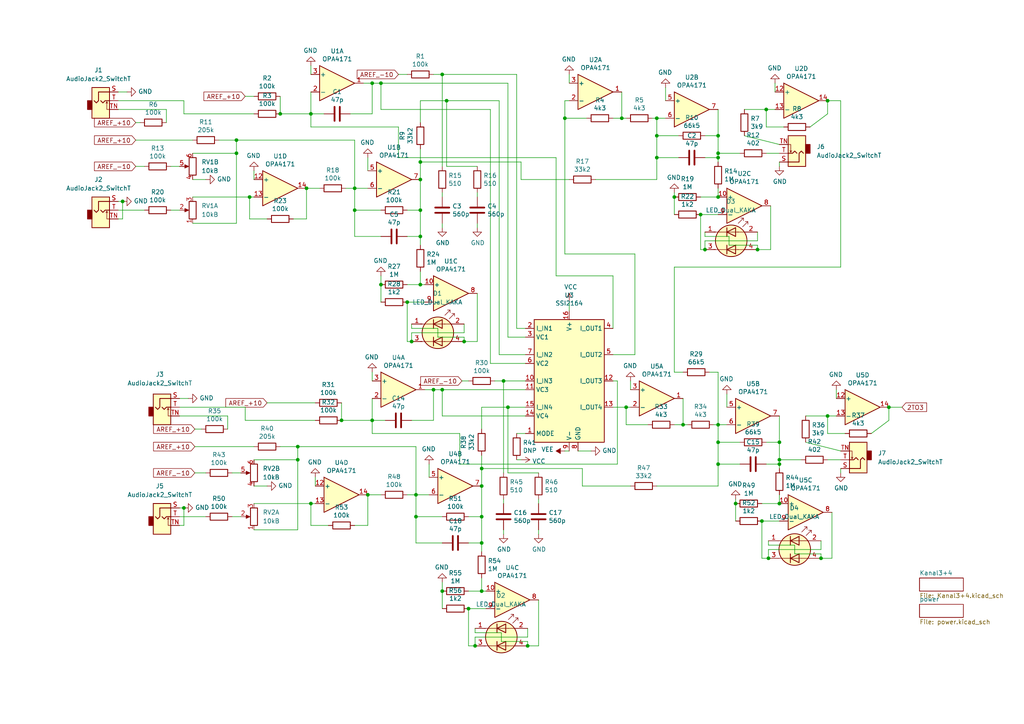
<source format=kicad_sch>
(kicad_sch (version 20211123) (generator eeschema)
  (paper "A4")
  (title_block (title "Mutable Blinds Klon, Taube Kanal 1+2") (date "2022-03-31") (rev "1.0") (comment 1 "urban@taube.xyz") (comment 2 "KiCad clone by Urban Bieri") (comment 3 "Design by Émilie Gillet") (comment 4 "cc-by-sa"))
  (junction (at 226.06 134.62))
  (junction (at 222.885 161.925))
  (junction (at 125.73 113.03))
  (junction (at 128.27 113.03))
  (junction (at 110.49 24.13))
  (junction (at 240.03 120.65))
  (junction (at 146.05 110.49))
  (junction (at 139.7 171.45))
  (junction (at 208.28 45.72))
  (junction (at 208.28 44.45))
  (junction (at 35.56 58.42))
  (junction (at 81.28 33.02))
  (junction (at 106.68 143.51))
  (junction (at 128.27 171.45))
  (junction (at 220.98 151.13))
  (junction (at 219.71 72.39))
  (junction (at 208.28 39.37))
  (junction (at 222.25 31.75))
  (junction (at 121.92 60.96))
  (junction (at 135.89 176.53))
  (junction (at 121.92 82.55))
  (junction (at 121.92 46.99))
  (junction (at 203.2 62.23))
  (junction (at 208.28 128.27))
  (junction (at 139.7 149.86))
  (junction (at 128.27 21.59))
  (junction (at 226.06 128.27))
  (junction (at 68.58 40.64))
  (junction (at 208.28 134.62))
  (junction (at 195.58 57.15))
  (junction (at 137.795 187.325))
  (junction (at 198.12 123.19))
  (junction (at 204.47 72.39))
  (junction (at 190.5 45.72))
  (junction (at 226.06 133.35))
  (junction (at 107.95 24.13))
  (junction (at 102.87 60.96))
  (junction (at 107.95 121.92))
  (junction (at 134.62 99.06))
  (junction (at 226.06 146.05))
  (junction (at 88.9 54.61))
  (junction (at 86.36 133.35))
  (junction (at 139.7 157.48))
  (junction (at 208.28 57.15))
  (junction (at 121.92 68.58))
  (junction (at 181.61 118.11))
  (junction (at 213.36 146.05))
  (junction (at 190.5 39.37))
  (junction (at 120.65 143.51))
  (junction (at 118.11 87.63))
  (junction (at 119.38 99.06))
  (junction (at 120.65 149.86))
  (junction (at 129.54 29.21))
  (junction (at 190.5 34.29))
  (junction (at 139.7 140.97))
  (junction (at 53.34 147.32))
  (junction (at 240.03 29.21))
  (junction (at 110.49 82.55))
  (junction (at 208.28 123.19))
  (junction (at 102.87 54.61))
  (junction (at 153.035 187.325))
  (junction (at 90.17 146.05))
  (junction (at 163.83 34.29))
  (junction (at 180.34 34.29))
  (junction (at 238.125 161.925))
  (junction (at 72.39 57.15))
  (junction (at 139.7 135.89))
  (junction (at 90.17 33.02))
  (junction (at 147.32 118.11))
  (junction (at 99.06 121.92))
  (junction (at 86.36 129.54))
  (junction (at 121.92 52.07))
  (junction (at 257.81 118.11))
  (junction (at 68.58 44.45))
  (wire (pts (xy 139.7 167.64) (xy 139.7 171.45)))
  (wire (pts (xy 211.455 71.12) (xy 219.71 71.12)))
  (wire (pts (xy 55.88 57.15) (xy 72.39 57.15)))
  (wire (pts (xy 163.83 34.29) (xy 163.83 73.66)))
  (wire (pts (xy 71.12 121.92) (xy 91.44 121.92)))
  (wire (pts (xy 220.98 151.13) (xy 220.98 161.925)))
  (wire (pts (xy 107.95 33.02) (xy 107.95 24.13)))
  (wire (pts (xy 205.74 107.95) (xy 208.28 107.95)))
  (wire (pts (xy 128.27 21.59) (xy 149.86 21.59)))
  (wire (pts (xy 139.7 149.86) (xy 139.7 157.48)))
  (wire (pts (xy 115.57 36.83) (xy 90.17 36.83)))
  (wire (pts (xy 52.07 120.65) (xy 66.04 120.65)))
  (wire (pts (xy 163.83 73.66) (xy 184.15 73.66)))
  (wire (pts (xy 67.31 149.86) (xy 69.85 149.86)))
  (wire (pts (xy 34.29 63.5) (xy 35.56 63.5)))
  (wire (pts (xy 133.35 125.73) (xy 107.95 125.73)))
  (wire (pts (xy 71.12 118.11) (xy 71.12 121.92)))
  (wire (pts (xy 72.39 57.15) (xy 73.66 57.15)))
  (wire (pts (xy 121.92 82.55) (xy 123.19 82.55)))
  (wire (pts (xy 106.68 143.51) (xy 106.68 152.4)))
  (wire (pts (xy 49.53 48.26) (xy 52.07 48.26)))
  (wire (pts (xy 110.49 31.75) (xy 142.24 31.75)))
  (wire (pts (xy 156.21 187.325) (xy 153.035 187.325)))
  (wire (pts (xy 133.35 134.62) (xy 179.07 134.62)))
  (wire (pts (xy 139.7 135.89) (xy 139.7 140.97)))
  (wire (pts (xy 133.35 134.62) (xy 133.35 125.73)))
  (wire (pts (xy 135.89 176.53) (xy 135.89 187.325)))
  (wire (pts (xy 204.47 68.58) (xy 211.455 68.58)))
  (wire (pts (xy 240.03 29.21) (xy 240.03 33.02)))
  (wire (pts (xy 137.795 184.785) (xy 137.795 187.325)))
  (wire (pts (xy 105.41 24.13) (xy 107.95 24.13)))
  (wire (pts (xy 81.28 33.02) (xy 90.17 33.02)))
  (wire (pts (xy 208.28 45.72) (xy 204.47 45.72)))
  (wire (pts (xy 102.87 54.61) (xy 106.68 54.61)))
  (wire (pts (xy 102.87 40.64) (xy 102.87 54.61)))
  (wire (pts (xy 110.49 24.13) (xy 147.32 24.13)))
  (wire (pts (xy 144.78 102.87) (xy 152.4 102.87)))
  (wire (pts (xy 107.95 121.92) (xy 111.76 121.92)))
  (wire (pts (xy 203.2 57.15) (xy 208.28 57.15)))
  (wire (pts (xy 127 95.25) (xy 127 97.79)))
  (wire (pts (xy 195.58 77.47) (xy 195.58 107.95)))
  (wire (pts (xy 119.38 93.98) (xy 119.38 95.25)))
  (wire (pts (xy 245.11 125.73) (xy 240.03 125.73)))
  (wire (pts (xy 118.11 87.63) (xy 118.11 99.06)))
  (wire (pts (xy 34.29 29.21) (xy 53.34 29.21)))
  (wire (pts (xy 215.9 31.75) (xy 222.25 31.75)))
  (wire (pts (xy 210.82 114.3) (xy 210.82 118.11)))
  (wire (pts (xy 127 97.79) (xy 134.62 97.79)))
  (wire (pts (xy 119.38 95.25) (xy 127 95.25)))
  (wire (pts (xy 181.61 118.11) (xy 182.88 118.11)))
  (wire (pts (xy 220.98 146.05) (xy 226.06 146.05)))
  (wire (pts (xy 227.33 36.83) (xy 222.25 36.83)))
  (wire (pts (xy 118.11 82.55) (xy 121.92 82.55)))
  (wire (pts (xy 203.2 72.39) (xy 204.47 72.39)))
  (wire (pts (xy 52.07 152.4) (xy 53.34 152.4)))
  (wire (pts (xy 56.515 129.54) (xy 73.66 129.54)))
  (wire (pts (xy 203.2 62.23) (xy 208.28 62.23)))
  (wire (pts (xy 163.83 34.29) (xy 163.83 29.21)))
  (wire (pts (xy 172.72 52.07) (xy 190.5 52.07)))
  (wire (pts (xy 208.28 39.37) (xy 208.28 44.45)))
  (wire (pts (xy 139.7 157.48) (xy 135.89 157.48)))
  (wire (pts (xy 196.85 39.37) (xy 190.5 39.37)))
  (wire (pts (xy 106.68 152.4) (xy 102.87 152.4)))
  (wire (pts (xy 121.92 46.99) (xy 151.13 46.99)))
  (wire (pts (xy 91.44 138.43) (xy 91.44 140.97)))
  (wire (pts (xy 257.81 118.11) (xy 261.62 118.11)))
  (wire (pts (xy 147.32 24.13) (xy 147.32 97.79)))
  (wire (pts (xy 39.37 35.56) (xy 40.64 35.56)))
  (wire (pts (xy 193.04 25.4) (xy 193.04 29.21)))
  (wire (pts (xy 124.46 134.62) (xy 124.46 138.43)))
  (wire (pts (xy 226.06 133.35) (xy 232.41 133.35)))
  (wire (pts (xy 106.68 143.51) (xy 110.49 143.51)))
  (wire (pts (xy 190.5 39.37) (xy 190.5 34.29)))
  (wire (pts (xy 142.24 105.41) (xy 152.4 105.41)))
  (wire (pts (xy 184.15 73.66) (xy 184.15 102.87)))
  (wire (pts (xy 190.5 140.97) (xy 208.28 140.97)))
  (wire (pts (xy 208.28 134.62) (xy 208.28 128.27)))
  (wire (pts (xy 222.25 44.45) (xy 226.06 44.45)))
  (wire (pts (xy 151.13 52.07) (xy 165.1 52.07)))
  (wire (pts (xy 195.58 107.95) (xy 198.12 107.95)))
  (wire (pts (xy 121.92 78.74) (xy 121.92 82.55)))
  (wire (pts (xy 139.7 157.48) (xy 139.7 160.02)))
  (wire (pts (xy 138.43 99.06) (xy 134.62 99.06)))
  (wire (pts (xy 119.38 121.92) (xy 125.73 121.92)))
  (wire (pts (xy 49.53 60.96) (xy 52.07 60.96)))
  (wire (pts (xy 128.27 64.77) (xy 128.27 66.04)))
  (wire (pts (xy 190.5 52.07) (xy 190.5 45.72)))
  (wire (pts (xy 110.49 24.13) (xy 110.49 31.75)))
  (wire (pts (xy 146.05 144.78) (xy 146.05 146.05)))
  (wire (pts (xy 110.49 80.01) (xy 110.49 82.55)))
  (wire (pts (xy 222.25 36.83) (xy 222.25 31.75)))
  (wire (pts (xy 238.125 159.385) (xy 222.885 159.385)))
  (wire (pts (xy 121.92 29.21) (xy 129.54 29.21)))
  (wire (pts (xy 128.27 113.03) (xy 128.27 120.65)))
  (wire (pts (xy 168.91 135.89) (xy 168.91 140.97)))
  (wire (pts (xy 35.56 63.5) (xy 35.56 58.42)))
  (wire (pts (xy 81.28 27.94) (xy 81.28 33.02)))
  (wire (pts (xy 240.03 29.21) (xy 243.84 29.21)))
  (wire (pts (xy 198.12 115.57) (xy 198.12 123.19)))
  (wire (pts (xy 138.43 64.77) (xy 138.43 66.04)))
  (wire (pts (xy 52.07 149.86) (xy 59.69 149.86)))
  (wire (pts (xy 184.15 102.87) (xy 177.8 102.87)))
  (wire (pts (xy 149.86 133.35) (xy 151.13 133.35)))
  (wire (pts (xy 152.4 125.73) (xy 149.86 125.73)))
  (wire (pts (xy 146.05 110.49) (xy 146.05 137.16)))
  (wire (pts (xy 153.035 182.245) (xy 153.035 184.785)))
  (wire (pts (xy 257.81 118.11) (xy 257.81 121.92)))
  (wire (pts (xy 139.7 140.97) (xy 139.7 149.86)))
  (wire (pts (xy 135.89 187.325) (xy 137.795 187.325)))
  (wire (pts (xy 129.54 29.21) (xy 144.78 29.21)))
  (wire (pts (xy 222.885 159.385) (xy 222.885 161.925)))
  (wire (pts (xy 208.28 54.61) (xy 208.28 57.15)))
  (wire (pts (xy 86.36 129.54) (xy 86.36 133.35)))
  (wire (pts (xy 222.885 156.845) (xy 222.885 158.115)))
  (wire (pts (xy 120.65 149.86) (xy 120.65 143.51)))
  (wire (pts (xy 102.87 54.61) (xy 100.33 54.61)))
  (wire (pts (xy 171.45 130.81) (xy 167.64 130.81)))
  (wire (pts (xy 86.36 153.67) (xy 73.66 153.67)))
  (wire (pts (xy 119.38 96.52) (xy 119.38 99.06)))
  (wire (pts (xy 208.28 44.45) (xy 208.28 45.72)))
  (wire (pts (xy 110.49 60.96) (xy 102.87 60.96)))
  (wire (pts (xy 120.65 143.51) (xy 118.11 143.51)))
  (wire (pts (xy 102.87 60.96) (xy 102.87 54.61)))
  (wire (pts (xy 90.17 33.02) (xy 90.17 26.67)))
  (wire (pts (xy 128.27 171.45) (xy 128.27 176.53)))
  (wire (pts (xy 223.52 59.69) (xy 223.52 72.39)))
  (wire (pts (xy 134.62 93.98) (xy 134.62 96.52)))
  (wire (pts (xy 165.1 87.63) (xy 165.1 90.17)))
  (wire (pts (xy 238.125 160.655) (xy 238.125 161.925)))
  (wire (pts (xy 222.885 158.115) (xy 230.505 158.115)))
  (wire (pts (xy 153.035 184.785) (xy 137.795 184.785)))
  (wire (pts (xy 240.03 133.35) (xy 243.84 133.35)))
  (wire (pts (xy 213.36 146.05) (xy 213.36 151.13)))
  (wire (pts (xy 177.8 80.01) (xy 177.8 95.25)))
  (wire (pts (xy 73.66 133.35) (xy 86.36 133.35)))
  (wire (pts (xy 145.415 183.515) (xy 145.415 186.055)))
  (wire (pts (xy 137.795 182.245) (xy 137.795 183.515)))
  (wire (pts (xy 77.47 63.5) (xy 72.39 63.5)))
  (wire (pts (xy 196.85 45.72) (xy 190.5 45.72)))
  (wire (pts (xy 107.95 121.92) (xy 107.95 115.57)))
  (wire (pts (xy 56.515 124.46) (xy 58.42 124.46)))
  (wire (pts (xy 214.63 128.27) (xy 208.28 128.27)))
  (wire (pts (xy 110.49 82.55) (xy 110.49 87.63)))
  (wire (pts (xy 125.73 113.03) (xy 128.27 113.03)))
  (wire (pts (xy 226.06 143.51) (xy 226.06 146.05)))
  (wire (pts (xy 99.06 116.84) (xy 99.06 121.92)))
  (wire (pts (xy 120.65 129.54) (xy 120.65 143.51)))
  (wire (pts (xy 189.23 34.29) (xy 190.5 34.29)))
  (wire (pts (xy 115.57 45.72) (xy 115.57 36.83)))
  (wire (pts (xy 238.125 156.845) (xy 238.125 159.385)))
  (wire (pts (xy 208.28 128.27) (xy 208.28 123.19)))
  (wire (pts (xy 53.34 33.02) (xy 73.66 33.02)))
  (wire (pts (xy 203.2 62.23) (xy 203.2 72.39)))
  (wire (pts (xy 68.58 64.77) (xy 55.88 64.77)))
  (wire (pts (xy 181.61 34.29) (xy 180.34 34.29)))
  (wire (pts (xy 53.34 152.4) (xy 53.34 147.32)))
  (wire (pts (xy 68.58 40.64) (xy 102.87 40.64)))
  (wire (pts (xy 181.61 123.19) (xy 181.61 118.11)))
  (wire (pts (xy 153.035 186.055) (xy 153.035 187.325)))
  (wire (pts (xy 90.17 36.83) (xy 90.17 33.02)))
  (wire (pts (xy 81.28 129.54) (xy 86.36 129.54)))
  (wire (pts (xy 88.9 63.5) (xy 85.09 63.5)))
  (wire (pts (xy 102.87 68.58) (xy 102.87 60.96)))
  (wire (pts (xy 128.27 120.65) (xy 152.4 120.65)))
  (wire (pts (xy 120.65 143.51) (xy 124.46 143.51)))
  (wire (pts (xy 121.92 60.96) (xy 121.92 68.58)))
  (wire (pts (xy 56.515 137.16) (xy 59.69 137.16)))
  (wire (pts (xy 137.795 183.515) (xy 145.415 183.515)))
  (wire (pts (xy 53.34 29.21) (xy 53.34 33.02)))
  (wire (pts (xy 91.44 116.84) (xy 77.47 116.84)))
  (wire (pts (xy 128.27 21.59) (xy 125.73 21.59)))
  (wire (pts (xy 67.31 137.16) (xy 69.85 137.16)))
  (wire (pts (xy 230.505 160.655) (xy 238.125 160.655)))
  (wire (pts (xy 180.34 34.29) (xy 177.8 34.29)))
  (wire (pts (xy 144.78 29.21) (xy 144.78 102.87)))
  (wire (pts (xy 121.92 68.58) (xy 121.92 71.12)))
  (wire (pts (xy 138.43 55.88) (xy 138.43 57.15)))
  (wire (pts (xy 39.37 40.64) (xy 55.88 40.64)))
  (wire (pts (xy 120.65 157.48) (xy 120.65 149.86)))
  (wire (pts (xy 241.3 148.59) (xy 241.3 161.925)))
  (wire (pts (xy 208.28 31.75) (xy 208.28 39.37)))
  (wire (pts (xy 115.57 45.72) (xy 161.29 45.72)))
  (wire (pts (xy 73.66 49.53) (xy 73.66 52.07)))
  (wire (pts (xy 48.26 35.56) (xy 48.26 31.75)))
  (wire (pts (xy 156.21 137.16) (xy 147.32 137.16)))
  (wire (pts (xy 128.27 55.88) (xy 128.27 57.15)))
  (wire (pts (xy 213.36 144.78) (xy 213.36 146.05)))
  (wire (pts (xy 190.5 45.72) (xy 190.5 39.37)))
  (wire (pts (xy 195.58 57.15) (xy 195.58 62.23)))
  (wire (pts (xy 39.37 48.26) (xy 41.91 48.26)))
  (wire (pts (xy 121.92 60.96) (xy 118.11 60.96)))
  (wire (pts (xy 204.47 67.31) (xy 204.47 68.58)))
  (wire (pts (xy 99.06 121.92) (xy 107.95 121.92)))
  (wire (pts (xy 226.06 120.65) (xy 226.06 128.27)))
  (wire (pts (xy 147.32 118.11) (xy 152.4 118.11)))
  (wire (pts (xy 72.39 63.5) (xy 72.39 57.15)))
  (wire (pts (xy 128.27 157.48) (xy 120.65 157.48)))
  (wire (pts (xy 138.43 85.09) (xy 138.43 99.06)))
  (wire (pts (xy 107.95 107.95) (xy 107.95 110.49)))
  (wire (pts (xy 161.29 45.72) (xy 161.29 80.01)))
  (wire (pts (xy 243.84 29.21) (xy 243.84 77.47)))
  (wire (pts (xy 243.84 77.47) (xy 195.58 77.47)))
  (wire (pts (xy 53.34 147.32) (xy 52.07 147.32)))
  (wire (pts (xy 149.86 21.59) (xy 149.86 95.25)))
  (wire (pts (xy 139.7 149.86) (xy 135.89 149.86)))
  (wire (pts (xy 222.25 31.75) (xy 224.79 31.75)))
  (wire (pts (xy 128.27 168.91) (xy 128.27 171.45)))
  (wire (pts (xy 106.68 45.72) (xy 106.68 49.53)))
  (wire (pts (xy 147.32 97.79) (xy 152.4 97.79)))
  (wire (pts (xy 135.89 171.45) (xy 139.7 171.45)))
  (wire (pts (xy 110.49 68.58) (xy 102.87 68.58)))
  (wire (pts (xy 226.06 133.35) (xy 226.06 134.62)))
  (wire (pts (xy 168.91 140.97) (xy 182.88 140.97)))
  (wire (pts (xy 208.28 107.95) (xy 208.28 123.19)))
  (wire (pts (xy 180.34 26.67) (xy 180.34 34.29)))
  (wire (pts (xy 238.125 161.925) (xy 241.3 161.925)))
  (wire (pts (xy 226.06 41.91) (xy 215.9 39.37)))
  (wire (pts (xy 208.28 44.45) (xy 214.63 44.45)))
  (wire (pts (xy 195.58 55.88) (xy 195.58 57.15)))
  (wire (pts (xy 220.98 151.13) (xy 226.06 151.13)))
  (wire (pts (xy 226.06 135.89) (xy 226.06 134.62)))
  (wire (pts (xy 208.28 39.37) (xy 204.47 39.37)))
  (wire (pts (xy 156.21 144.78) (xy 156.21 146.05)))
  (wire (pts (xy 170.18 34.29) (xy 163.83 34.29)))
  (wire (pts (xy 134.62 97.79) (xy 134.62 99.06)))
  (wire (pts (xy 133.985 110.49) (xy 135.89 110.49)))
  (wire (pts (xy 240.03 120.65) (xy 242.57 120.65)))
  (wire (pts (xy 129.54 48.26) (xy 129.54 29.21)))
  (wire (pts (xy 68.58 40.64) (xy 68.58 44.45)))
  (wire (pts (xy 123.19 113.03) (xy 125.73 113.03)))
  (wire (pts (xy 161.29 80.01) (xy 177.8 80.01)))
  (wire (pts (xy 55.88 52.07) (xy 59.69 52.07)))
  (wire (pts (xy 128.27 113.03) (xy 152.4 113.03)))
  (wire (pts (xy 226.06 134.62) (xy 222.25 134.62)))
  (wire (pts (xy 121.92 52.07) (xy 121.92 60.96)))
  (wire (pts (xy 138.43 48.26) (xy 129.54 48.26)))
  (wire (pts (xy 107.95 24.13) (xy 110.49 24.13)))
  (wire (pts (xy 139.7 132.08) (xy 139.7 135.89)))
  (wire (pts (xy 86.36 129.54) (xy 120.65 129.54)))
  (wire (pts (xy 121.92 46.99) (xy 121.92 52.07)))
  (wire (pts (xy 220.98 161.925) (xy 222.885 161.925)))
  (wire (pts (xy 151.13 46.99) (xy 151.13 52.07)))
  (wire (pts (xy 226.06 128.27) (xy 222.25 128.27)))
  (wire (pts (xy 182.88 110.49) (xy 182.88 113.03)))
  (wire (pts (xy 134.62 96.52) (xy 119.38 96.52)))
  (wire (pts (xy 190.5 34.29) (xy 193.04 34.29)))
  (wire (pts (xy 36.83 26.67) (xy 34.29 26.67)))
  (wire (pts (xy 86.36 133.35) (xy 86.36 153.67)))
  (wire (pts (xy 240.03 33.02) (xy 234.95 36.83)))
  (wire (pts (xy 73.66 140.97) (xy 77.47 140.97)))
  (wire (pts (xy 207.01 123.19) (xy 208.28 123.19)))
  (wire (pts (xy 146.05 110.49) (xy 143.51 110.49)))
  (wire (pts (xy 156.21 153.67) (xy 156.21 154.94)))
  (wire (pts (xy 90.17 146.05) (xy 91.44 146.05)))
  (wire (pts (xy 226.06 128.27) (xy 226.06 133.35)))
  (wire (pts (xy 224.79 24.13) (xy 224.79 26.67)))
  (wire (pts (xy 139.7 135.89) (xy 168.91 135.89)))
  (wire (pts (xy 88.9 54.61) (xy 92.71 54.61)))
  (wire (pts (xy 163.83 130.81) (xy 165.1 130.81)))
  (wire (pts (xy 230.505 158.115) (xy 230.505 160.655)))
  (wire (pts (xy 177.8 118.11) (xy 181.61 118.11)))
  (wire (pts (xy 118.11 87.63) (xy 123.19 87.63)))
  (wire (pts (xy 139.7 171.45) (xy 140.97 171.45)))
  (wire (pts (xy 90.17 152.4) (xy 90.17 146.05)))
  (wire (pts (xy 233.68 120.65) (xy 240.03 120.65)))
  (wire (pts (xy 63.5 40.64) (xy 68.58 40.64)))
  (wire (pts (xy 95.25 152.4) (xy 90.17 152.4)))
  (wire (pts (xy 242.57 113.03) (xy 242.57 115.57)))
  (wire (pts (xy 121.92 35.56) (xy 121.92 29.21)))
  (wire (pts (xy 179.07 110.49) (xy 179.07 134.62)))
  (wire (pts (xy 149.86 95.25) (xy 152.4 95.25)))
  (wire (pts (xy 35.56 58.42) (xy 34.29 58.42)))
  (wire (pts (xy 139.7 118.11) (xy 147.32 118.11)))
  (wire (pts (xy 219.71 67.31) (xy 219.71 69.85)))
  (wire (pts (xy 208.28 123.19) (xy 210.82 123.19)))
  (wire (pts (xy 34.29 60.96) (xy 41.91 60.96)))
  (wire (pts (xy 73.66 146.05) (xy 90.17 146.05)))
  (wire (pts (xy 219.71 71.12) (xy 219.71 72.39)))
  (wire (pts (xy 121.92 43.18) (xy 121.92 46.99)))
  (wire (pts (xy 152.4 110.49) (xy 146.05 110.49)))
  (wire (pts (xy 199.39 123.19) (xy 198.12 123.19)))
  (wire (pts (xy 34.29 31.75) (xy 48.26 31.75)))
  (wire (pts (xy 135.89 176.53) (xy 140.97 176.53)))
  (wire (pts (xy 128.27 21.59) (xy 128.27 48.26)))
  (wire (pts (xy 115.57 21.59) (xy 118.11 21.59)))
  (wire (pts (xy 118.11 99.06) (xy 119.38 99.06)))
  (wire (pts (xy 107.95 125.73) (xy 107.95 121.92)))
  (wire (pts (xy 198.12 123.19) (xy 195.58 123.19)))
  (wire (pts (xy 52.07 118.11) (xy 71.12 118.11)))
  (wire (pts (xy 128.27 149.86) (xy 120.65 149.86)))
  (wire (pts (xy 257.81 121.92) (xy 252.73 125.73)))
  (wire (pts (xy 226.06 46.99) (xy 226.06 48.26)))
  (wire (pts (xy 187.96 123.19) (xy 181.61 123.19)))
  (wire (pts (xy 214.63 134.62) (xy 208.28 134.62)))
  (wire (pts (xy 223.52 72.39) (xy 219.71 72.39)))
  (wire (pts (xy 156.21 173.99) (xy 156.21 187.325)))
  (wire (pts (xy 177.8 110.49) (xy 179.07 110.49)))
  (wire (pts (xy 121.92 68.58) (xy 118.11 68.58)))
  (wire (pts (xy 90.17 33.02) (xy 93.98 33.02)))
  (wire (pts (xy 90.17 19.05) (xy 90.17 21.59)))
  (wire (pts (xy 243.84 135.89) (xy 243.84 137.16)))
  (wire (pts (xy 68.58 44.45) (xy 68.58 64.77)))
  (wire (pts (xy 165.1 21.59) (xy 165.1 24.13)))
  (wire (pts (xy 88.9 54.61) (xy 88.9 63.5)))
  (wire (pts (xy 219.71 69.85) (xy 204.47 69.85)))
  (wire (pts (xy 73.66 27.94) (xy 71.12 27.94)))
  (wire (pts (xy 66.04 124.46) (xy 66.04 120.65)))
  (wire (pts (xy 55.88 44.45) (xy 68.58 44.45)))
  (wire (pts (xy 101.6 33.02) (xy 107.95 33.02)))
  (wire (pts (xy 139.7 124.46) (xy 139.7 118.11)))
  (wire (pts (xy 54.61 115.57) (xy 52.07 115.57)))
  (wire (pts (xy 208.28 46.99) (xy 208.28 45.72)))
  (wire (pts (xy 208.28 140.97) (xy 208.28 134.62)))
  (wire (pts (xy 240.03 125.73) (xy 240.03 120.65)))
  (wire (pts (xy 145.415 186.055) (xy 153.035 186.055)))
  (wire (pts (xy 147.32 137.16) (xy 147.32 118.11)))
  (wire (pts (xy 142.24 31.75) (xy 142.24 105.41)))
  (wire (pts (xy 211.455 68.58) (xy 211.455 71.12)))
  (wire (pts (xy 125.73 121.92) (xy 125.73 113.03)))
  (wire (pts (xy 204.47 69.85) (xy 204.47 72.39)))
  (wire (pts (xy 163.83 29.21) (xy 165.1 29.21)))
  (wire (pts (xy 243.84 130.81) (xy 233.68 128.27)))
  (wire (pts (xy 146.05 153.67) (xy 146.05 154.94)))
  (global_label "AREF_+10" (shape input) (at 39.37 35.56 180) (property "Intersheet References" "${INTERSHEET_REFS}" (effects hide)))
  (global_label "2TO3" (shape input) (at 261.62 118.11 0) (property "Intersheet References" "${INTERSHEET_REFS}" (effects hide)))
  (global_label "AREF_+10" (shape input) (at 56.515 129.54 180) (property "Intersheet References" "${INTERSHEET_REFS}" (effects hide)))
  (global_label "AREF_+10" (shape input) (at 71.12 27.94 180) (property "Intersheet References" "${INTERSHEET_REFS}" (effects hide)))
  (global_label "AREF_-10" (shape input) (at 56.515 137.16 180) (property "Intersheet References" "${INTERSHEET_REFS}" (effects hide)))
  (global_label "AREF_-10" (shape input) (at 39.37 48.26 180) (property "Intersheet References" "${INTERSHEET_REFS}" (effects hide)))
  (global_label "AREF_+10" (shape input) (at 56.515 124.46 180) (property "Intersheet References" "${INTERSHEET_REFS}" (effects hide)))
  (global_label "AREF_+10" (shape input) (at 77.47 116.84 180) (property "Intersheet References" "${INTERSHEET_REFS}" (effects hide)))
  (global_label "AREF_+10" (shape input) (at 39.37 40.64 180) (property "Intersheet References" "${INTERSHEET_REFS}" (effects hide)))
  (global_label "AREF_-10" (shape input) (at 133.985 110.49 180) (property "Intersheet References" "${INTERSHEET_REFS}" (effects hide)))
  (global_label "AREF_-10" (shape input) (at 115.57 21.59 180) (property "Intersheet References" "${INTERSHEET_REFS}" (effects hide)))
  (symbol (lib_id "Amplifier_Operational:OPA4134") (at 115.57 113.03 0) (unit 1)
    (property "Reference" "U4" (at 115.57 103.7082 0))
    (property "Value" "OPA4171" (at 115.57 106.0196 0))
    (property "Footprint" "Package_SO:TSSOP-14_4.4x5mm_P0.65mm" (effects hide))
    (property "Datasheet" "http://www.ti.com/lit/ds/symlink/opa134.pdf" (effects hide))
  )
  (symbol (lib_id "Audio:SSI2164") (at 165.1 110.49 0) (unit 1)
    (property "Reference" "U3" (at 165.1 85.6488 0))
    (property "Value" "SSI2164" (at 165.1 87.9602 0))
    (property "Footprint" "Package_SO:SOIC-16_3.9x9.9mm_P1.27mm" (effects hide))
    (property "Datasheet" "http://www.soundsemiconductor.com/downloads/ssi2164datasheet.pdf" (effects hide))
  )
  (symbol (lib_id "Device:R") (at 63.5 149.86 270) (unit 1)
    (property "Reference" "R50" (at 63.5 144.6022 90))
    (property "Value" "100k" (at 63.5 146.9136 90))
    (property "Footprint" "Resistor_SMD:R_0805_2012Metric_Pad1.20x1.40mm_HandSolder" (effects hide))
  )
  (symbol (lib_id "Device:R") (at 63.5 137.16 270) (unit 1)
    (property "Reference" "R43" (at 63.5 131.9022 90))
    (property "Value" "100k" (at 63.5 134.2136 90))
    (property "Footprint" "Resistor_SMD:R_0805_2012Metric_Pad1.20x1.40mm_HandSolder" (effects hide))
  )
  (symbol (lib_id "power:GND") (at 53.34 147.32 90) (unit 1)
    (property "Reference" "#PWR039" (effects hide))
    (property "Value" "GND" (at 56.5912 147.193 90) (effects (justify right)))
  )
  (symbol (lib_id "power:GND") (at 77.47 140.97 90) (unit 1)
    (property "Reference" "#PWR037" (effects hide))
    (property "Value" "GND" (at 80.7212 140.843 90) (effects (justify right)))
  )
  (symbol (lib_id "Amplifier_Operational:OPA4134") (at 132.08 140.97 0) (unit 2)
    (property "Reference" "U4" (at 132.08 131.6482 0))
    (property "Value" "OPA4171" (at 132.08 133.9596 0))
    (property "Footprint" "Package_SO:TSSOP-14_4.4x5mm_P0.65mm" (effects hide))
    (property "Datasheet" "http://www.ti.com/lit/ds/symlink/opa134.pdf" (effects hide))
  )
  (symbol (lib_id "Amplifier_Operational:OPA4134") (at 148.59 173.99 0) (unit 3)
    (property "Reference" "U4" (at 148.59 164.6682 0))
    (property "Value" "OPA4171" (at 148.59 166.9796 0))
    (property "Footprint" "Package_SO:TSSOP-14_4.4x5mm_P0.65mm" (effects hide))
    (property "Datasheet" "http://www.ti.com/lit/ds/symlink/opa134.pdf" (effects hide))
  )
  (symbol (lib_id "Amplifier_Operational:OPA4134") (at 99.06 143.51 0) (unit 4)
    (property "Reference" "U4" (at 99.06 134.1882 0))
    (property "Value" "OPA4171" (at 99.06 136.4996 0))
    (property "Footprint" "Package_SO:TSSOP-14_4.4x5mm_P0.65mm" (effects hide))
    (property "Datasheet" "http://www.ti.com/lit/ds/symlink/opa134.pdf" (effects hide))
  )
  (symbol (lib_id "power:GND") (at 91.44 138.43 180) (unit 1)
    (property "Reference" "#PWR036" (effects hide))
    (property "Value" "GND" (at 91.313 134.0358 0))
  )
  (symbol (lib_id "Device:R") (at 99.06 152.4 270) (unit 1)
    (property "Reference" "R53" (at 99.06 147.1422 90))
    (property "Value" "100k" (at 99.06 149.4536 90))
    (property "Footprint" "Resistor_SMD:R_0805_2012Metric_Pad1.20x1.40mm_HandSolder" (effects hide))
  )
  (symbol (lib_id "Device:R") (at 114.3 143.51 270) (unit 1)
    (property "Reference" "R48" (at 114.3 138.2522 90))
    (property "Value" "100k" (at 114.3 140.5636 90))
    (property "Footprint" "Resistor_SMD:R_0805_2012Metric_Pad1.20x1.40mm_HandSolder" (effects hide))
  )
  (symbol (lib_id "Device:R") (at 77.47 129.54 270) (unit 1)
    (property "Reference" "R40" (at 77.47 124.2822 90))
    (property "Value" "205k" (at 77.47 126.5936 90))
    (property "Footprint" "Resistor_SMD:R_0805_2012Metric_Pad1.20x1.40mm_HandSolder" (effects hide))
  )
  (symbol (lib_id "power:GND") (at 124.46 134.62 180) (unit 1)
    (property "Reference" "#PWR034" (effects hide))
    (property "Value" "GND" (at 124.333 130.2258 0))
  )
  (symbol (lib_id "Device:R") (at 132.08 149.86 270) (unit 1)
    (property "Reference" "R51" (at 132.08 144.6022 90))
    (property "Value" "100k" (at 132.08 146.9136 90))
    (property "Footprint" "Resistor_SMD:R_0805_2012Metric_Pad1.20x1.40mm_HandSolder" (effects hide))
  )
  (symbol (lib_id "Device:C") (at 132.08 157.48 270) (unit 1)
    (property "Reference" "C18" (at 132.08 151.0792 90))
    (property "Value" "47p" (at 132.08 153.3906 90))
    (property "Footprint" "Capacitor_SMD:C_0805_2012Metric_Pad1.18x1.45mm_HandSolder" (effects hide))
  )
  (symbol (lib_id "Device:R") (at 139.7 163.83 180) (unit 1)
    (property "Reference" "R54" (at 141.478 162.6616 0) (effects (justify right)))
    (property "Value" "1M" (at 141.478 164.973 0) (effects (justify right)))
    (property "Footprint" "Resistor_SMD:R_0805_2012Metric_Pad1.20x1.40mm_HandSolder" (effects hide))
  )
  (symbol (lib_id "Device:R") (at 132.08 171.45 90) (unit 1)
    (property "Reference" "R55" (at 132.08 166.1922 90))
    (property "Value" "1M" (at 132.08 168.5036 90))
    (property "Footprint" "Resistor_SMD:R_0805_2012Metric_Pad1.20x1.40mm_HandSolder" (effects hide))
  )
  (symbol (lib_id "Device:R") (at 132.08 176.53 90) (unit 1)
    (property "Reference" "R56" (at 132.08 171.2722 90))
    (property "Value" "1k2" (at 132.08 173.5836 90))
    (property "Footprint" "Resistor_SMD:R_0805_2012Metric_Pad1.20x1.40mm_HandSolder" (effects hide))
  )
  (symbol (lib_id "power:GND") (at 128.27 168.91 180) (unit 1)
    (property "Reference" "#PWR043" (effects hide))
    (property "Value" "GND" (at 128.143 164.5158 0))
  )
  (symbol (lib_id "Device:R") (at 62.23 124.46 270) (unit 1)
    (property "Reference" "R35" (at 62.23 119.2022 90))
    (property "Value" "100k" (at 62.23 121.5136 90))
    (property "Footprint" "Resistor_SMD:R_0805_2012Metric_Pad1.20x1.40mm_HandSolder" (effects hide))
  )
  (symbol (lib_id "Device:R") (at 139.7 128.27 0) (unit 1)
    (property "Reference" "R38" (at 134.4422 128.27 90))
    (property "Value" "33k2" (at 136.7536 128.27 90))
    (property "Footprint" "Resistor_SMD:R_0805_2012Metric_Pad1.20x1.40mm_HandSolder" (effects hide))
  )
  (symbol (lib_id "power:GND") (at 107.95 107.95 180) (unit 1)
    (property "Reference" "#PWR026" (effects hide))
    (property "Value" "GND" (at 107.823 103.5558 0))
  )
  (symbol (lib_id "Device:R") (at 95.25 116.84 270) (unit 1)
    (property "Reference" "R31" (at 95.25 111.5822 90))
    (property "Value" "100k" (at 95.25 113.8936 90))
    (property "Footprint" "Resistor_SMD:R_0805_2012Metric_Pad1.20x1.40mm_HandSolder" (effects hide))
  )
  (symbol (lib_id "Device:R") (at 95.25 121.92 270) (unit 1)
    (property "Reference" "R32" (at 95.25 116.6622 90))
    (property "Value" "100k" (at 95.25 118.9736 90))
    (property "Footprint" "Resistor_SMD:R_0805_2012Metric_Pad1.20x1.40mm_HandSolder" (effects hide))
  )
  (symbol (lib_id "power:GND") (at 54.61 115.57 90) (unit 1)
    (property "Reference" "#PWR030" (effects hide))
    (property "Value" "GND" (at 57.8612 115.443 90) (effects (justify right)))
  )
  (symbol (lib_id "Device:C") (at 115.57 121.92 270) (unit 1)
    (property "Reference" "C14" (at 115.57 115.5192 90))
    (property "Value" "47p" (at 115.57 117.8306 90))
    (property "Footprint" "Capacitor_SMD:C_0805_2012Metric_Pad1.18x1.45mm_HandSolder" (effects hide))
  )
  (symbol (lib_id "Device:R") (at 139.7 110.49 270) (unit 1)
    (property "Reference" "R30" (at 139.7 105.2322 90))
    (property "Value" "100k" (at 139.7 107.5436 90))
    (property "Footprint" "Resistor_SMD:R_0805_2012Metric_Pad1.20x1.40mm_HandSolder" (effects hide))
  )
  (symbol (lib_id "Device:R") (at 146.05 140.97 0) (unit 1)
    (property "Reference" "R45" (at 147.828 139.8016 0) (effects (justify left)))
    (property "Value" "510" (at 147.828 142.113 0) (effects (justify left)))
    (property "Footprint" "Resistor_SMD:R_0805_2012Metric_Pad1.20x1.40mm_HandSolder" (effects hide))
  )
  (symbol (lib_id "Device:C") (at 146.05 149.86 180) (unit 1)
    (property "Reference" "C16" (at 148.971 148.6916 0) (effects (justify right)))
    (property "Value" "560p" (at 148.971 151.003 0) (effects (justify right)))
    (property "Footprint" "Capacitor_SMD:C_0805_2012Metric_Pad1.18x1.45mm_HandSolder" (effects hide))
  )
  (symbol (lib_id "Device:R") (at 156.21 140.97 180) (unit 1)
    (property "Reference" "R46" (at 157.988 139.8016 0) (effects (justify right)))
    (property "Value" "510" (at 157.988 142.113 0) (effects (justify right)))
    (property "Footprint" "Resistor_SMD:R_0805_2012Metric_Pad1.20x1.40mm_HandSolder" (effects hide))
  )
  (symbol (lib_id "Device:C") (at 156.21 149.86 180) (unit 1)
    (property "Reference" "C17" (at 159.131 148.6916 0) (effects (justify right)))
    (property "Value" "560p" (at 159.131 151.003 0) (effects (justify right)))
    (property "Footprint" "Capacitor_SMD:C_0805_2012Metric_Pad1.18x1.45mm_HandSolder" (effects hide))
  )
  (symbol (lib_id "power:GND") (at 156.21 154.94 0) (unit 1)
    (property "Reference" "#PWR041" (effects hide))
    (property "Value" "GND" (at 156.337 159.3342 0))
  )
  (symbol (lib_id "power:GND") (at 146.05 154.94 0) (unit 1)
    (property "Reference" "#PWR040" (effects hide))
    (property "Value" "GND" (at 146.177 159.3342 0))
  )
  (symbol (lib_id "Amplifier_Operational:OPA4134") (at 97.79 24.13 0) (unit 1)
    (property "Reference" "U1" (at 97.79 14.8082 0))
    (property "Value" "OPA4171" (at 97.79 17.1196 0))
    (property "Footprint" "Package_SO:TSSOP-14_4.4x5mm_P0.65mm" (effects hide))
    (property "Datasheet" "http://www.ti.com/lit/ds/symlink/opa134.pdf" (effects hide))
  )
  (symbol (lib_id "Device:R") (at 45.72 60.96 270) (unit 1)
    (property "Reference" "R20" (at 45.72 55.7022 90))
    (property "Value" "100k" (at 45.72 58.0136 90))
    (property "Footprint" "Resistor_SMD:R_0805_2012Metric_Pad1.20x1.40mm_HandSolder" (effects hide))
  )
  (symbol (lib_id "Device:R") (at 45.72 48.26 270) (unit 1)
    (property "Reference" "R13" (at 45.72 43.0022 90))
    (property "Value" "100k" (at 45.72 45.3136 90))
    (property "Footprint" "Resistor_SMD:R_0805_2012Metric_Pad1.20x1.40mm_HandSolder" (effects hide))
  )
  (symbol (lib_id "power:GND") (at 35.56 58.42 90) (unit 1)
    (property "Reference" "#PWR011" (effects hide))
    (property "Value" "GND" (at 38.8112 58.293 90) (effects (justify right)))
  )
  (symbol (lib_id "power:GND") (at 59.69 52.07 90) (unit 1)
    (property "Reference" "#PWR09" (effects hide))
    (property "Value" "GND" (at 62.9412 51.943 90) (effects (justify right)))
  )
  (symbol (lib_id "Amplifier_Operational:OPA4134") (at 114.3 52.07 0) (unit 2)
    (property "Reference" "U1" (at 114.3 42.7482 0))
    (property "Value" "OPA4171" (at 114.3 45.0596 0))
    (property "Footprint" "Package_SO:TSSOP-14_4.4x5mm_P0.65mm" (effects hide))
    (property "Datasheet" "http://www.ti.com/lit/ds/symlink/opa134.pdf" (effects hide))
  )
  (symbol (lib_id "Amplifier_Operational:OPA4134") (at 130.81 85.09 0) (unit 3)
    (property "Reference" "U1" (at 130.81 75.7682 0))
    (property "Value" "OPA4171" (at 130.81 78.0796 0))
    (property "Footprint" "Package_SO:TSSOP-14_4.4x5mm_P0.65mm" (effects hide))
    (property "Datasheet" "http://www.ti.com/lit/ds/symlink/opa134.pdf" (effects hide))
  )
  (symbol (lib_id "Amplifier_Operational:OPA4134") (at 81.28 54.61 0) (unit 4)
    (property "Reference" "U1" (at 81.28 45.2882 0))
    (property "Value" "OPA4171" (at 81.28 47.5996 0))
    (property "Footprint" "Package_SO:TSSOP-14_4.4x5mm_P0.65mm" (effects hide))
    (property "Datasheet" "http://www.ti.com/lit/ds/symlink/opa134.pdf" (effects hide))
  )
  (symbol (lib_id "power:GND") (at 73.66 49.53 180) (unit 1)
    (property "Reference" "#PWR08" (effects hide))
    (property "Value" "GND" (at 73.533 45.1358 0))
  )
  (symbol (lib_id "Device:R") (at 81.28 63.5 270) (unit 1)
    (property "Reference" "R23" (at 81.28 58.2422 90))
    (property "Value" "100k" (at 81.28 60.5536 90))
    (property "Footprint" "Resistor_SMD:R_0805_2012Metric_Pad1.20x1.40mm_HandSolder" (effects hide))
  )
  (symbol (lib_id "Device:R") (at 96.52 54.61 270) (unit 1)
    (property "Reference" "R18" (at 96.52 49.3522 90))
    (property "Value" "100k" (at 96.52 51.6636 90))
    (property "Footprint" "Resistor_SMD:R_0805_2012Metric_Pad1.20x1.40mm_HandSolder" (effects hide))
  )
  (symbol (lib_id "Device:R") (at 59.69 40.64 270) (unit 1)
    (property "Reference" "R11" (at 59.69 35.3822 90))
    (property "Value" "205k" (at 59.69 37.6936 90))
    (property "Footprint" "Resistor_SMD:R_0805_2012Metric_Pad1.20x1.40mm_HandSolder" (effects hide))
  )
  (symbol (lib_id "power:GND") (at 106.68 45.72 180) (unit 1)
    (property "Reference" "#PWR06" (effects hide))
    (property "Value" "GND" (at 106.553 41.3258 0))
  )
  (symbol (lib_id "Device:R") (at 114.3 60.96 270) (unit 1)
    (property "Reference" "R21" (at 114.3 55.7022 90))
    (property "Value" "100k" (at 114.3 58.0136 90))
    (property "Footprint" "Resistor_SMD:R_0805_2012Metric_Pad1.20x1.40mm_HandSolder" (effects hide))
  )
  (symbol (lib_id "Device:C") (at 114.3 68.58 270) (unit 1)
    (property "Reference" "C5" (at 114.3 62.1792 90))
    (property "Value" "47p" (at 114.3 64.4906 90))
    (property "Footprint" "Capacitor_SMD:C_0805_2012Metric_Pad1.18x1.45mm_HandSolder" (effects hide))
  )
  (symbol (lib_id "Device:R") (at 121.92 74.93 180) (unit 1)
    (property "Reference" "R24" (at 123.698 73.7616 0) (effects (justify right)))
    (property "Value" "1M" (at 123.698 76.073 0) (effects (justify right)))
    (property "Footprint" "Resistor_SMD:R_0805_2012Metric_Pad1.20x1.40mm_HandSolder" (effects hide))
  )
  (symbol (lib_id "Device:R") (at 114.3 82.55 90) (unit 1)
    (property "Reference" "R27" (at 114.3 77.2922 90))
    (property "Value" "1M" (at 114.3 79.6036 90))
    (property "Footprint" "Resistor_SMD:R_0805_2012Metric_Pad1.20x1.40mm_HandSolder" (effects hide))
  )
  (symbol (lib_id "Device:R") (at 114.3 87.63 90) (unit 1)
    (property "Reference" "R28" (at 114.3 82.3722 90))
    (property "Value" "1k2" (at 114.3 84.6836 90))
    (property "Footprint" "Resistor_SMD:R_0805_2012Metric_Pad1.20x1.40mm_HandSolder" (effects hide))
  )
  (symbol (lib_id "power:GND") (at 110.49 80.01 180) (unit 1)
    (property "Reference" "#PWR017" (effects hide))
    (property "Value" "GND" (at 110.363 75.6158 0))
  )
  (symbol (lib_id "Device:R") (at 44.45 35.56 270) (unit 1)
    (property "Reference" "R6" (at 44.45 30.3022 90))
    (property "Value" "100k" (at 44.45 32.6136 90))
    (property "Footprint" "Resistor_SMD:R_0805_2012Metric_Pad1.20x1.40mm_HandSolder" (effects hide))
  )
  (symbol (lib_id "Device:R") (at 121.92 39.37 0) (unit 1)
    (property "Reference" "R9" (at 116.6622 39.37 90))
    (property "Value" "33k2" (at 118.9736 39.37 90))
    (property "Footprint" "Resistor_SMD:R_0805_2012Metric_Pad1.20x1.40mm_HandSolder" (effects hide))
  )
  (symbol (lib_id "power:GND") (at 90.17 19.05 180) (unit 1)
    (property "Reference" "#PWR01" (effects hide))
    (property "Value" "GND" (at 90.043 14.6558 0))
  )
  (symbol (lib_id "Device:R") (at 77.47 27.94 270) (unit 1)
    (property "Reference" "R2" (at 77.47 22.6822 90))
    (property "Value" "100k" (at 77.47 24.9936 90))
    (property "Footprint" "Resistor_SMD:R_0805_2012Metric_Pad1.20x1.40mm_HandSolder" (effects hide))
  )
  (symbol (lib_id "Device:R") (at 77.47 33.02 270) (unit 1)
    (property "Reference" "R3" (at 77.47 27.7622 90))
    (property "Value" "100k" (at 77.47 30.0736 90))
    (property "Footprint" "Resistor_SMD:R_0805_2012Metric_Pad1.20x1.40mm_HandSolder" (effects hide))
  )
  (symbol (lib_id "power:GND") (at 36.83 26.67 90) (unit 1)
    (property "Reference" "#PWR05" (effects hide))
    (property "Value" "GND" (at 40.0812 26.543 90) (effects (justify right)))
  )
  (symbol (lib_id "Device:C") (at 97.79 33.02 270) (unit 1)
    (property "Reference" "C1" (at 97.79 26.6192 90))
    (property "Value" "47p" (at 97.79 28.9306 90))
    (property "Footprint" "Capacitor_SMD:C_0805_2012Metric_Pad1.18x1.45mm_HandSolder" (effects hide))
  )
  (symbol (lib_id "Device:R") (at 121.92 21.59 270) (unit 1)
    (property "Reference" "R1" (at 121.92 16.3322 90))
    (property "Value" "100k" (at 121.92 18.6436 90))
    (property "Footprint" "Resistor_SMD:R_0805_2012Metric_Pad1.20x1.40mm_HandSolder" (effects hide))
  )
  (symbol (lib_id "Device:R") (at 128.27 52.07 0) (unit 1)
    (property "Reference" "R15" (at 130.048 50.9016 0) (effects (justify left)))
    (property "Value" "510" (at 130.048 53.213 0) (effects (justify left)))
    (property "Footprint" "Resistor_SMD:R_0805_2012Metric_Pad1.20x1.40mm_HandSolder" (effects hide))
  )
  (symbol (lib_id "Device:C") (at 128.27 60.96 180) (unit 1)
    (property "Reference" "C3" (at 131.191 59.7916 0) (effects (justify right)))
    (property "Value" "560p" (at 131.191 62.103 0) (effects (justify right)))
    (property "Footprint" "Capacitor_SMD:C_0805_2012Metric_Pad1.18x1.45mm_HandSolder" (effects hide))
  )
  (symbol (lib_id "Device:R") (at 138.43 52.07 180) (unit 1)
    (property "Reference" "R16" (at 140.208 50.9016 0) (effects (justify right)))
    (property "Value" "510" (at 140.208 53.213 0) (effects (justify right)))
    (property "Footprint" "Resistor_SMD:R_0805_2012Metric_Pad1.20x1.40mm_HandSolder" (effects hide))
  )
  (symbol (lib_id "Device:C") (at 138.43 60.96 180) (unit 1)
    (property "Reference" "C4" (at 141.351 59.7916 0) (effects (justify right)))
    (property "Value" "560p" (at 141.351 62.103 0) (effects (justify right)))
    (property "Footprint" "Capacitor_SMD:C_0805_2012Metric_Pad1.18x1.45mm_HandSolder" (effects hide))
  )
  (symbol (lib_id "power:GND") (at 138.43 66.04 0) (unit 1)
    (property "Reference" "#PWR013" (effects hide))
    (property "Value" "GND" (at 138.557 70.4342 0))
  )
  (symbol (lib_id "power:GND") (at 128.27 66.04 0) (unit 1)
    (property "Reference" "#PWR012" (effects hide))
    (property "Value" "GND" (at 128.397 70.4342 0))
  )
  (symbol (lib_id "Amplifier_Operational:OPA4134") (at 172.72 26.67 0) (unit 1)
    (property "Reference" "U2" (at 172.72 17.3482 0))
    (property "Value" "OPA4171" (at 172.72 19.6596 0))
    (property "Footprint" "Package_SO:TSSOP-14_4.4x5mm_P0.65mm" (effects hide))
    (property "Datasheet" "http://www.ti.com/lit/ds/symlink/opa134.pdf" (effects hide))
  )
  (symbol (lib_id "power:GND") (at 165.1 21.59 180) (unit 1)
    (property "Reference" "#PWR02" (effects hide))
    (property "Value" "GND" (at 164.973 17.1958 0))
  )
  (symbol (lib_id "Device:R") (at 173.99 34.29 270) (unit 1)
    (property "Reference" "R4" (at 173.99 29.0322 90))
    (property "Value" "4k3" (at 173.99 31.3436 90))
    (property "Footprint" "Resistor_SMD:R_0805_2012Metric_Pad1.20x1.40mm_HandSolder" (effects hide))
  )
  (symbol (lib_id "Amplifier_Operational:OPA4134") (at 200.66 31.75 0) (unit 2)
    (property "Reference" "U2" (at 200.66 22.4282 0))
    (property "Value" "OPA4171" (at 200.66 24.7396 0))
    (property "Footprint" "Package_SO:TSSOP-14_4.4x5mm_P0.65mm" (effects hide))
    (property "Datasheet" "http://www.ti.com/lit/ds/symlink/opa134.pdf" (effects hide))
  )
  (symbol (lib_id "Device:R") (at 185.42 34.29 270) (unit 1)
    (property "Reference" "R5" (at 185.42 29.0322 90))
    (property "Value" "4k3" (at 185.42 31.3436 90))
    (property "Footprint" "Resistor_SMD:R_0805_2012Metric_Pad1.20x1.40mm_HandSolder" (effects hide))
  )
  (symbol (lib_id "Device:R") (at 168.91 52.07 270) (unit 1)
    (property "Reference" "R17" (at 168.91 46.8122 90))
    (property "Value" "33k2" (at 168.91 49.1236 90))
    (property "Footprint" "Resistor_SMD:R_0805_2012Metric_Pad1.20x1.40mm_HandSolder" (effects hide))
  )
  (symbol (lib_id "Device:R") (at 200.66 39.37 270) (unit 1)
    (property "Reference" "R10" (at 200.66 34.1122 90))
    (property "Value" "66k5" (at 200.66 36.4236 90))
    (property "Footprint" "Resistor_SMD:R_0805_2012Metric_Pad1.20x1.40mm_HandSolder" (effects hide))
  )
  (symbol (lib_id "Device:C") (at 200.66 45.72 270) (unit 1)
    (property "Reference" "C2" (at 200.66 39.3192 90))
    (property "Value" "47p" (at 200.66 41.6306 90))
    (property "Footprint" "Capacitor_SMD:C_0805_2012Metric_Pad1.18x1.45mm_HandSolder" (effects hide))
  )
  (symbol (lib_id "Device:R") (at 218.44 44.45 270) (unit 1)
    (property "Reference" "R12" (at 218.44 39.1922 90))
    (property "Value" "402" (at 218.44 41.5036 90))
    (property "Footprint" "Resistor_SMD:R_0805_2012Metric_Pad1.20x1.40mm_HandSolder" (effects hide))
  )
  (symbol (lib_id "Amplifier_Operational:OPA4134") (at 215.9 59.69 0) (unit 3)
    (property "Reference" "U2" (at 215.9 50.3682 0))
    (property "Value" "OPA4171" (at 215.9 52.6796 0))
    (property "Footprint" "Package_SO:TSSOP-14_4.4x5mm_P0.65mm" (effects hide))
    (property "Datasheet" "http://www.ti.com/lit/ds/symlink/opa134.pdf" (effects hide))
  )
  (symbol (lib_id "Device:R") (at 208.28 50.8 180) (unit 1)
    (property "Reference" "R14" (at 210.058 49.6316 0) (effects (justify right)))
    (property "Value" "1M" (at 210.058 51.943 0) (effects (justify right)))
    (property "Footprint" "Resistor_SMD:R_0805_2012Metric_Pad1.20x1.40mm_HandSolder" (effects hide))
  )
  (symbol (lib_id "Device:R") (at 199.39 57.15 90) (unit 1)
    (property "Reference" "R19" (at 199.39 51.8922 90))
    (property "Value" "1M" (at 199.39 54.2036 90))
    (property "Footprint" "Resistor_SMD:R_0805_2012Metric_Pad1.20x1.40mm_HandSolder" (effects hide))
  )
  (symbol (lib_id "Device:R") (at 199.39 62.23 90) (unit 1)
    (property "Reference" "R22" (at 199.39 56.9722 90))
    (property "Value" "1k2" (at 199.39 59.2836 90))
    (property "Footprint" "Resistor_SMD:R_0805_2012Metric_Pad1.20x1.40mm_HandSolder" (effects hide))
  )
  (symbol (lib_id "power:GND") (at 195.58 55.88 180) (unit 1)
    (property "Reference" "#PWR010" (effects hide))
    (property "Value" "GND" (at 195.453 51.4858 0))
  )
  (symbol (lib_id "power:GND") (at 226.06 48.26 0) (unit 1)
    (property "Reference" "#PWR07" (effects hide))
    (property "Value" "GND" (at 226.187 52.6542 0))
  )
  (symbol (lib_id "Amplifier_Operational:OPA4134") (at 232.41 29.21 0) (unit 4)
    (property "Reference" "U2" (at 232.41 19.8882 0))
    (property "Value" "OPA4171" (at 232.41 22.1996 0))
    (property "Footprint" "Package_SO:TSSOP-14_4.4x5mm_P0.65mm" (effects hide))
    (property "Datasheet" "http://www.ti.com/lit/ds/symlink/opa134.pdf" (effects hide))
  )
  (symbol (lib_id "Device:R") (at 215.9 35.56 180) (unit 1)
    (property "Reference" "R7" (at 217.678 34.3916 0) (effects (justify right)))
    (property "Value" "3k9" (at 217.678 36.703 0) (effects (justify right)))
    (property "Footprint" "Resistor_SMD:R_0805_2012Metric_Pad1.20x1.40mm_HandSolder" (effects hide))
  )
  (symbol (lib_id "Device:R") (at 231.14 36.83 90) (unit 1)
    (property "Reference" "R8" (at 231.14 31.5722 90))
    (property "Value" "4k3" (at 231.14 33.8836 90))
    (property "Footprint" "Resistor_SMD:R_0805_2012Metric_Pad1.20x1.40mm_HandSolder" (effects hide))
  )
  (symbol (lib_id "power:GND") (at 193.04 25.4 180) (unit 1)
    (property "Reference" "#PWR04" (effects hide))
    (property "Value" "GND" (at 192.913 21.0058 0))
  )
  (symbol (lib_id "power:GND") (at 224.79 24.13 180) (unit 1)
    (property "Reference" "#PWR03" (effects hide))
    (property "Value" "GND" (at 224.663 19.7358 0))
  )
  (symbol (lib_id "Amplifier_Operational:OPA4134") (at 190.5 115.57 0) (unit 1)
    (property "Reference" "U5" (at 190.5 106.2482 0))
    (property "Value" "OPA4171" (at 190.5 108.5596 0))
    (property "Footprint" "Package_SO:TSSOP-14_4.4x5mm_P0.65mm" (effects hide))
    (property "Datasheet" "http://www.ti.com/lit/ds/symlink/opa134.pdf" (effects hide))
  )
  (symbol (lib_id "power:GND") (at 182.88 110.49 180) (unit 1)
    (property "Reference" "#PWR027" (effects hide))
    (property "Value" "GND" (at 182.753 106.0958 0))
  )
  (symbol (lib_id "Device:R") (at 191.77 123.19 270) (unit 1)
    (property "Reference" "R33" (at 191.77 117.9322 90))
    (property "Value" "4k3" (at 191.77 120.2436 90))
    (property "Footprint" "Resistor_SMD:R_0805_2012Metric_Pad1.20x1.40mm_HandSolder" (effects hide))
  )
  (symbol (lib_id "Amplifier_Operational:OPA4134") (at 218.44 120.65 0) (unit 2)
    (property "Reference" "U5" (at 218.44 111.3282 0))
    (property "Value" "OPA4171" (at 218.44 113.6396 0))
    (property "Footprint" "Package_SO:TSSOP-14_4.4x5mm_P0.65mm" (effects hide))
    (property "Datasheet" "http://www.ti.com/lit/ds/symlink/opa134.pdf" (effects hide))
  )
  (symbol (lib_id "Device:R") (at 203.2 123.19 270) (unit 1)
    (property "Reference" "R34" (at 203.2 117.9322 90))
    (property "Value" "4k3" (at 203.2 120.2436 90))
    (property "Footprint" "Resistor_SMD:R_0805_2012Metric_Pad1.20x1.40mm_HandSolder" (effects hide))
  )
  (symbol (lib_id "Device:R") (at 186.69 140.97 270) (unit 1)
    (property "Reference" "R47" (at 186.69 135.7122 90))
    (property "Value" "33k2" (at 186.69 138.0236 90))
    (property "Footprint" "Resistor_SMD:R_0805_2012Metric_Pad1.20x1.40mm_HandSolder" (effects hide))
  )
  (symbol (lib_id "Device:R") (at 201.93 107.95 270) (unit 1)
    (property "Reference" "R29" (at 201.93 102.6922 90))
    (property "Value" "66k5" (at 201.93 105.0036 90))
    (property "Footprint" "Resistor_SMD:R_0805_2012Metric_Pad1.20x1.40mm_HandSolder" (effects hide))
  )
  (symbol (lib_id "Device:R") (at 218.44 128.27 270) (unit 1)
    (property "Reference" "R39" (at 218.44 123.0122 90))
    (property "Value" "66k5" (at 218.44 125.3236 90))
    (property "Footprint" "Resistor_SMD:R_0805_2012Metric_Pad1.20x1.40mm_HandSolder" (effects hide))
  )
  (symbol (lib_id "Device:C") (at 218.44 134.62 270) (unit 1)
    (property "Reference" "C15" (at 218.44 128.2192 90))
    (property "Value" "47p" (at 218.44 130.5306 90))
    (property "Footprint" "Capacitor_SMD:C_0805_2012Metric_Pad1.18x1.45mm_HandSolder" (effects hide))
  )
  (symbol (lib_id "Device:R") (at 236.22 133.35 270) (unit 1)
    (property "Reference" "R42" (at 236.22 128.0922 90))
    (property "Value" "402" (at 236.22 130.4036 90))
    (property "Footprint" "Resistor_SMD:R_0805_2012Metric_Pad1.20x1.40mm_HandSolder" (effects hide))
  )
  (symbol (lib_id "Amplifier_Operational:OPA4134") (at 233.68 148.59 0) (unit 3)
    (property "Reference" "U5" (at 233.68 139.2682 0))
    (property "Value" "OPA4171" (at 233.68 141.5796 0))
    (property "Footprint" "Package_SO:TSSOP-14_4.4x5mm_P0.65mm" (effects hide))
    (property "Datasheet" "http://www.ti.com/lit/ds/symlink/opa134.pdf" (effects hide))
  )
  (symbol (lib_id "Device:R") (at 226.06 139.7 180) (unit 1)
    (property "Reference" "R44" (at 227.838 138.5316 0) (effects (justify right)))
    (property "Value" "1M" (at 227.838 140.843 0) (effects (justify right)))
    (property "Footprint" "Resistor_SMD:R_0805_2012Metric_Pad1.20x1.40mm_HandSolder" (effects hide))
  )
  (symbol (lib_id "Device:R") (at 217.17 146.05 90) (unit 1)
    (property "Reference" "R49" (at 217.17 140.7922 90))
    (property "Value" "1M" (at 217.17 143.1036 90))
    (property "Footprint" "Resistor_SMD:R_0805_2012Metric_Pad1.20x1.40mm_HandSolder" (effects hide))
  )
  (symbol (lib_id "Device:R") (at 217.17 151.13 90) (unit 1)
    (property "Reference" "R52" (at 217.17 145.8722 90))
    (property "Value" "1k2" (at 217.17 148.1836 90))
    (property "Footprint" "Resistor_SMD:R_0805_2012Metric_Pad1.20x1.40mm_HandSolder" (effects hide))
  )
  (symbol (lib_id "power:GND") (at 213.36 144.78 180) (unit 1)
    (property "Reference" "#PWR038" (effects hide))
    (property "Value" "GND" (at 213.233 140.3858 0))
  )
  (symbol (lib_id "power:GND") (at 243.84 137.16 0) (unit 1)
    (property "Reference" "#PWR035" (effects hide))
    (property "Value" "GND" (at 243.967 141.5542 0))
  )
  (symbol (lib_id "power:VCC") (at 165.1 87.63 0) (unit 1)
    (property "Reference" "#PWR021" (effects hide))
    (property "Value" "VCC" (at 165.5318 83.2358 0))
  )
  (symbol (lib_id "power:VEE") (at 163.83 130.81 90) (unit 1)
    (property "Reference" "#PWR031" (effects hide))
    (property "Value" "VEE" (at 160.6042 130.3528 90) (effects (justify left)))
  )
  (symbol (lib_id "power:GND") (at 171.45 130.81 90) (unit 1)
    (property "Reference" "#PWR032" (effects hide))
    (property "Value" "GND" (at 174.7012 130.683 90) (effects (justify right)))
  )
  (symbol (lib_id "Amplifier_Operational:OPA4134") (at 250.19 118.11 0) (unit 4)
    (property "Reference" "U5" (at 250.19 108.7882 0))
    (property "Value" "OPA4171" (at 250.19 111.0996 0))
    (property "Footprint" "Package_SO:TSSOP-14_4.4x5mm_P0.65mm" (effects hide))
    (property "Datasheet" "http://www.ti.com/lit/ds/symlink/opa134.pdf" (effects hide))
  )
  (symbol (lib_id "Device:R") (at 233.68 124.46 180) (unit 1)
    (property "Reference" "R36" (at 235.458 123.2916 0) (effects (justify right)))
    (property "Value" "3k9" (at 235.458 125.603 0) (effects (justify right)))
    (property "Footprint" "Resistor_SMD:R_0805_2012Metric_Pad1.20x1.40mm_HandSolder" (effects hide))
  )
  (symbol (lib_id "Device:R") (at 248.92 125.73 90) (unit 1)
    (property "Reference" "R37" (at 248.92 120.4722 90))
    (property "Value" "4k3" (at 248.92 122.7836 90))
    (property "Footprint" "Resistor_SMD:R_0805_2012Metric_Pad1.20x1.40mm_HandSolder" (effects hide))
  )
  (symbol (lib_id "power:GND") (at 210.82 114.3 180) (unit 1)
    (property "Reference" "#PWR029" (effects hide))
    (property "Value" "GND" (at 210.693 109.9058 0))
  )
  (symbol (lib_id "power:GND") (at 242.57 113.03 180) (unit 1)
    (property "Reference" "#PWR028" (effects hide))
    (property "Value" "GND" (at 242.443 108.6358 0))
  )
  (symbol (lib_id "Device:R") (at 149.86 129.54 0) (unit 1)
    (property "Reference" "R41" (at 151.638 128.3716 0) (effects (justify left)))
    (property "Value" "DNP" (at 151.638 130.683 0) (effects (justify left)))
    (property "Footprint" "Resistor_SMD:R_0805_2012Metric_Pad1.20x1.40mm_HandSolder" (effects hide))
  )
  (symbol (lib_id "power:VCC") (at 151.13 133.35 270) (unit 1)
    (property "Reference" "#PWR033" (effects hide))
    (property "Value" "VCC" (at 154.3812 133.7818 90) (effects (justify left)))
  )
  (symbol (lib_id "Connector:AudioJack2_SwitchT") (at 248.92 133.35 180) (unit 1)
    (property "Reference" "J7" (at 254.635 131.4449 0) (effects (justify right)))
    (property "Value" "AudioJack2_SwitchT" (at 254.635 133.9849 0) (effects (justify right)))
    (property "Footprint" "urbsLib:Jack_3.5mm_QingPu_distant" (effects hide))
  )
  (symbol (lib_id "Connector:AudioJack2_SwitchT") (at 46.99 118.11 0) (unit 1)
    (property "Reference" "J3" (at 46.355 108.585 0))
    (property "Value" "AudioJack2_SwitchT" (at 46.355 111.125 0))
    (property "Footprint" "urbsLib:Jack_3.5mm_QingPu_distant" (effects hide))
  )
  (symbol (lib_id "Device:LED_Dual_KAKA") (at 230.505 159.385 0) (unit 1)
    (property "Reference" "D4" (at 230.378 147.32 0))
    (property "Value" "LED_Dual_KAKA" (at 230.378 149.86 0))
    (property "Footprint" "LED_SMD:LED_Avago_PLCC4_3.2x2.8mm_CW" (effects hide))
  )
  (symbol (lib_id "Device:R_Potentiometer_Dual_Separate") (at 55.88 48.26 180) (unit 2)
    (property "Reference" "RV1" (at 58.42 46.9899 0) (effects (justify right)))
    (property "Value" "10kB" (at 58.42 49.5299 0) (effects (justify right)))
    (property "Footprint" "urbsLib:RK097-dual-top" (effects hide))
  )
  (symbol (lib_id "Connector:AudioJack2_SwitchT") (at 231.14 44.45 180) (unit 1)
    (property "Reference" "J6" (at 236.855 42.5449 0) (effects (justify right)))
    (property "Value" "AudioJack2_SwitchT" (at 236.855 45.0849 0) (effects (justify right)))
    (property "Footprint" "urbsLib:Jack_3.5mm_QingPu_distant" (effects hide))
  )
  (symbol (lib_id "Device:R_Potentiometer_Dual_Separate") (at 55.88 60.96 180) (unit 1)
    (property "Reference" "RV1" (at 58.42 59.6899 0) (effects (justify right)))
    (property "Value" "10kB" (at 58.42 62.2299 0) (effects (justify right)))
    (property "Footprint" "urbsLib:RK097-dual-top" (effects hide))
  )
  (symbol (lib_id "Device:LED_Dual_KAKA") (at 212.09 69.85 0) (unit 1)
    (property "Reference" "D3" (at 211.963 58.42 0))
    (property "Value" "LED_Dual_KAKA" (at 211.963 60.96 0))
    (property "Footprint" "LED_SMD:LED_Avago_PLCC4_3.2x2.8mm_CW" (effects hide))
  )
  (symbol (lib_id "Device:R_Potentiometer_Dual_Separate") (at 73.66 137.16 180) (unit 2)
    (property "Reference" "RV2" (at 76.2 135.8899 0) (effects (justify right)))
    (property "Value" "10kB" (at 76.2 138.4299 0) (effects (justify right)))
    (property "Footprint" "urbsLib:RK097-dual-top" (effects hide))
  )
  (symbol (lib_id "Connector:AudioJack2_SwitchT") (at 46.99 149.86 0) (unit 1)
    (property "Reference" "J5" (at 46.355 140.97 0))
    (property "Value" "AudioJack2_SwitchT" (at 46.355 143.51 0))
    (property "Footprint" "urbsLib:Jack_3.5mm_QingPu_distant" (effects hide))
  )
  (symbol (lib_id "Device:LED_Dual_KAKA") (at 127 96.52 0) (unit 1)
    (property "Reference" "D1" (at 126.873 85.09 0))
    (property "Value" "LED_Dual_KAKA" (at 126.873 87.63 0))
    (property "Footprint" "LED_SMD:LED_Avago_PLCC4_3.2x2.8mm_CW" (effects hide))
  )
  (symbol (lib_id "Device:R_Potentiometer_Dual_Separate") (at 73.66 149.86 180) (unit 1)
    (property "Reference" "RV2" (at 76.2 148.5899 0) (effects (justify right)))
    (property "Value" "10kB" (at 76.2 151.1299 0) (effects (justify right)))
    (property "Footprint" "urbsLib:RK097-dual-top" (effects hide))
  )
  (symbol (lib_id "Connector:AudioJack2_SwitchT") (at 29.21 29.21 0) (unit 1)
    (property "Reference" "J1" (at 28.575 20.32 0))
    (property "Value" "AudioJack2_SwitchT" (at 28.575 22.86 0))
    (property "Footprint" "urbsLib:Jack_3.5mm_QingPu_distant" (effects hide))
  )
  (symbol (lib_id "Device:LED_Dual_KAKA") (at 145.415 184.785 0) (unit 1)
    (property "Reference" "D2" (at 145.288 172.72 0))
    (property "Value" "LED_Dual_KAKA" (at 145.288 175.26 0))
    (property "Footprint" "LED_SMD:LED_Avago_PLCC4_3.2x2.8mm_CW" (effects hide))
  )
  (symbol (lib_id "Connector:AudioJack2_SwitchT") (at 29.21 60.96 0) (unit 1)
    (property "Reference" "J2" (at 28.575 52.07 0))
    (property "Value" "AudioJack2_SwitchT" (at 28.575 54.61 0))
    (property "Footprint" "urbsLib:Jack_3.5mm_QingPu_distant" (effects hide))
  )
  (sheet (at 266.7 167.64) (size 12.7 3.81)
    (property "Sheet name" "Kanal3+4" (at 266.7 166.9284 0) (effects (justify left bottom)))
    (property "Sheet file" "Kanal3+4.kicad_sch" (at 266.7 172.0346 0) (effects (justify left top)))
  )
  (sheet (at 266.7 175.26) (size 12.7 3.81)
    (property "Sheet name" "power" (at 266.7 174.5484 0) (effects (justify left bottom)))
    (property "Sheet file" "power.kicad_sch" (at 266.7 179.6546 0) (effects (justify left top)))
  )
)
</source>
